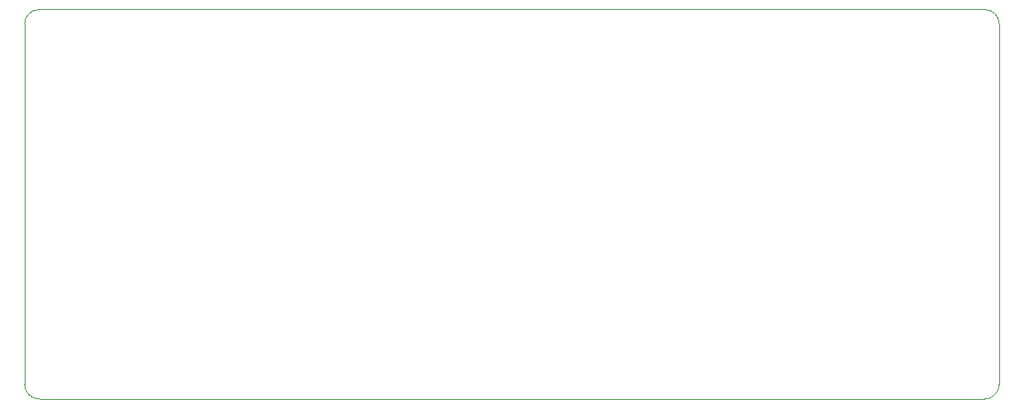
<source format=gbr>
G04 #@! TF.GenerationSoftware,KiCad,Pcbnew,(5.1.4-0)*
G04 #@! TF.CreationDate,2021-11-23T15:15:17+03:00*
G04 #@! TF.ProjectId,exercise_drop_tubes,65786572-6369-4736-955f-64726f705f74,rev?*
G04 #@! TF.SameCoordinates,Original*
G04 #@! TF.FileFunction,Profile,NP*
%FSLAX46Y46*%
G04 Gerber Fmt 4.6, Leading zero omitted, Abs format (unit mm)*
G04 Created by KiCad (PCBNEW (5.1.4-0)) date 2021-11-23 15:15:17*
%MOMM*%
%LPD*%
G04 APERTURE LIST*
%ADD10C,0.050000*%
G04 APERTURE END LIST*
D10*
X179500000Y-76500000D02*
G75*
G02X181000000Y-78000000I0J-1500000D01*
G01*
X181000000Y-115000000D02*
G75*
G02X179500000Y-116500000I-1500000J0D01*
G01*
X82500000Y-116500000D02*
G75*
G02X81000000Y-115000000I0J1500000D01*
G01*
X81000000Y-78000000D02*
G75*
G02X82500000Y-76500000I1500000J0D01*
G01*
X179500000Y-116500000D02*
X82500000Y-116500000D01*
X181000000Y-78000000D02*
X181000000Y-115000000D01*
X82500000Y-76500000D02*
X179500000Y-76500000D01*
X81000000Y-115000000D02*
X81000000Y-78000000D01*
M02*

</source>
